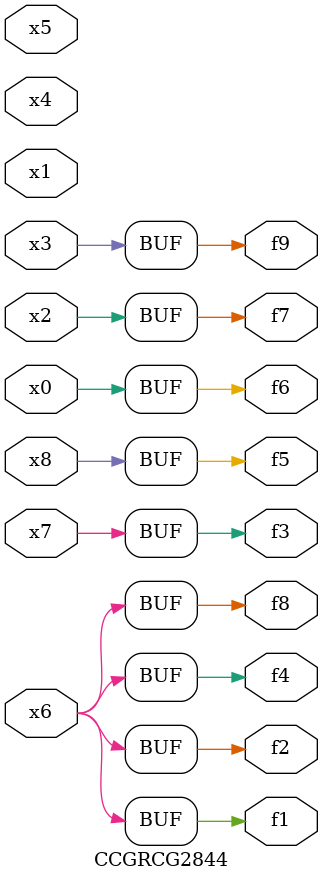
<source format=v>
module CCGRCG2844(
	input x0, x1, x2, x3, x4, x5, x6, x7, x8,
	output f1, f2, f3, f4, f5, f6, f7, f8, f9
);
	assign f1 = x6;
	assign f2 = x6;
	assign f3 = x7;
	assign f4 = x6;
	assign f5 = x8;
	assign f6 = x0;
	assign f7 = x2;
	assign f8 = x6;
	assign f9 = x3;
endmodule

</source>
